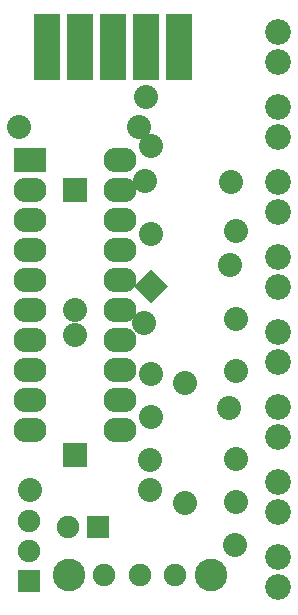
<source format=gts>
G04 (created by PCBNEW-RS274X (2011-05-25)-stable) date Sun 14 Oct 2012 07:15:22 PM CDT*
G01*
G70*
G90*
%MOIN*%
G04 Gerber Fmt 3.4, Leading zero omitted, Abs format*
%FSLAX34Y34*%
G04 APERTURE LIST*
%ADD10C,0.006000*%
%ADD11R,0.075000X0.075000*%
%ADD12C,0.075000*%
%ADD13R,0.090000X0.220000*%
%ADD14R,0.110000X0.082000*%
%ADD15O,0.110000X0.082000*%
%ADD16C,0.080000*%
%ADD17R,0.080000X0.080000*%
%ADD18C,0.108600*%
%ADD19C,0.086000*%
G04 APERTURE END LIST*
G54D10*
G54D11*
X00700Y-18800D03*
G54D12*
X00700Y-17800D03*
X00700Y-16800D03*
G54D11*
X03000Y-17000D03*
G54D12*
X02000Y-17000D03*
G54D13*
X04600Y-01000D03*
X03500Y-01000D03*
X02400Y-01000D03*
X01300Y-01000D03*
X05700Y-01000D03*
G54D14*
X00750Y-04750D03*
G54D15*
X00750Y-05750D03*
X00750Y-06750D03*
X00750Y-07750D03*
X00750Y-08750D03*
X00750Y-09750D03*
X00750Y-10750D03*
X00750Y-11750D03*
X00750Y-12750D03*
X00750Y-13750D03*
X03750Y-13750D03*
X03750Y-12750D03*
X03750Y-11750D03*
X03750Y-10750D03*
X03750Y-09750D03*
X03750Y-08750D03*
X03750Y-07750D03*
X03750Y-06750D03*
X03750Y-05750D03*
X03750Y-04750D03*
G54D16*
X07439Y-05489D03*
X04611Y-02661D03*
X07614Y-07114D03*
X04786Y-04286D03*
X07414Y-08264D03*
X04586Y-05436D03*
X07614Y-10039D03*
X04786Y-07211D03*
X07364Y-13014D03*
X04536Y-10186D03*
X07589Y-14714D03*
X04761Y-11886D03*
X07589Y-16139D03*
X04761Y-13311D03*
X07564Y-17589D03*
X04736Y-14761D03*
X05900Y-12200D03*
X05900Y-16200D03*
X04750Y-15750D03*
X00750Y-15750D03*
X00375Y-03650D03*
X04375Y-03650D03*
G54D17*
X02250Y-14600D03*
G54D16*
X02250Y-10600D03*
G54D10*
G36*
X05327Y-08961D02*
X04761Y-09527D01*
X04195Y-08961D01*
X04761Y-08395D01*
X05327Y-08961D01*
X05327Y-08961D01*
G37*
G54D16*
X07589Y-11789D03*
G54D17*
X02250Y-05750D03*
G54D16*
X02250Y-09750D03*
G54D12*
X03219Y-18600D03*
X04400Y-18600D03*
X05581Y-18600D03*
G54D18*
X06762Y-18600D03*
X02038Y-18600D03*
G54D19*
X09000Y-01500D03*
X09000Y-00500D03*
X09000Y-04000D03*
X09000Y-03000D03*
X09000Y-06500D03*
X09000Y-05500D03*
X09000Y-09000D03*
X09000Y-08000D03*
X09000Y-11500D03*
X09000Y-10500D03*
X09000Y-14000D03*
X09000Y-13000D03*
X09000Y-16500D03*
X09000Y-15500D03*
X09000Y-19000D03*
X09000Y-18000D03*
M02*

</source>
